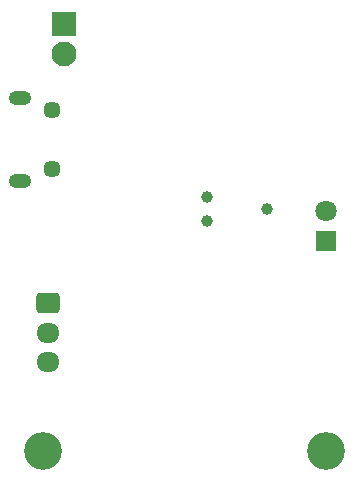
<source format=gbr>
G04 #@! TF.GenerationSoftware,KiCad,Pcbnew,7.0.8*
G04 #@! TF.CreationDate,2024-01-21T00:56:49-07:00*
G04 #@! TF.ProjectId,lapbeacon,6c617062-6561-4636-9f6e-2e6b69636164,v1*
G04 #@! TF.SameCoordinates,Original*
G04 #@! TF.FileFunction,Soldermask,Bot*
G04 #@! TF.FilePolarity,Negative*
%FSLAX46Y46*%
G04 Gerber Fmt 4.6, Leading zero omitted, Abs format (unit mm)*
G04 Created by KiCad (PCBNEW 7.0.8) date 2024-01-21 00:56:49*
%MOMM*%
%LPD*%
G01*
G04 APERTURE LIST*
G04 Aperture macros list*
%AMRoundRect*
0 Rectangle with rounded corners*
0 $1 Rounding radius*
0 $2 $3 $4 $5 $6 $7 $8 $9 X,Y pos of 4 corners*
0 Add a 4 corners polygon primitive as box body*
4,1,4,$2,$3,$4,$5,$6,$7,$8,$9,$2,$3,0*
0 Add four circle primitives for the rounded corners*
1,1,$1+$1,$2,$3*
1,1,$1+$1,$4,$5*
1,1,$1+$1,$6,$7*
1,1,$1+$1,$8,$9*
0 Add four rect primitives between the rounded corners*
20,1,$1+$1,$2,$3,$4,$5,0*
20,1,$1+$1,$4,$5,$6,$7,0*
20,1,$1+$1,$6,$7,$8,$9,0*
20,1,$1+$1,$8,$9,$2,$3,0*%
G04 Aperture macros list end*
%ADD10C,3.200000*%
%ADD11C,0.990600*%
%ADD12R,2.100000X2.100000*%
%ADD13C,2.100000*%
%ADD14RoundRect,0.250000X-0.725000X0.600000X-0.725000X-0.600000X0.725000X-0.600000X0.725000X0.600000X0*%
%ADD15O,1.950000X1.700000*%
%ADD16O,1.900000X1.200000*%
%ADD17C,1.450000*%
%ADD18R,1.800000X1.800000*%
%ADD19C,1.800000*%
G04 APERTURE END LIST*
D10*
X136000000Y-133000000D03*
D11*
X155000000Y-112500000D03*
X149920000Y-113516000D03*
X149920000Y-111484000D03*
D10*
X160000000Y-133000000D03*
D12*
X137800000Y-96850000D03*
D13*
X137800000Y-99390000D03*
D14*
X136400000Y-120500000D03*
D15*
X136400000Y-123000000D03*
X136400000Y-125500000D03*
D16*
X134030000Y-103135000D03*
D17*
X136730000Y-104135000D03*
X136730000Y-109135000D03*
D16*
X134030000Y-110135000D03*
D18*
X160000000Y-115260000D03*
D19*
X160000000Y-112720000D03*
M02*

</source>
